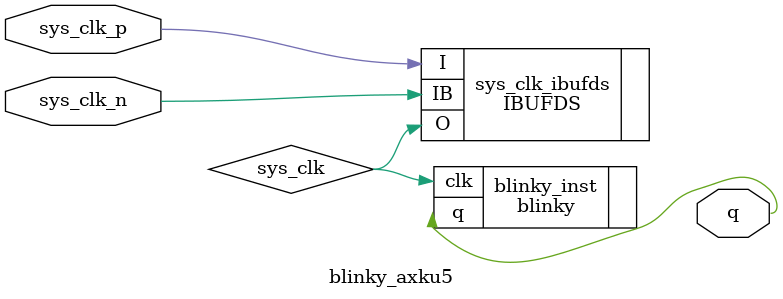
<source format=v>
module blinky_axku5 #(
  parameter clk_freq_hz = 0
) (
  input wire  sys_clk_p,
  input wire  sys_clk_n,
  output wire q
);

IBUFDS sys_clk_ibufds (
    .O (sys_clk),
    .I (sys_clk_p),
    .IB(sys_clk_n)
);

blinky #(
  .clk_freq_hz(clk_freq_hz)
) blinky_inst (
  .clk (sys_clk),
  .q   (q)
);

endmodule
</source>
